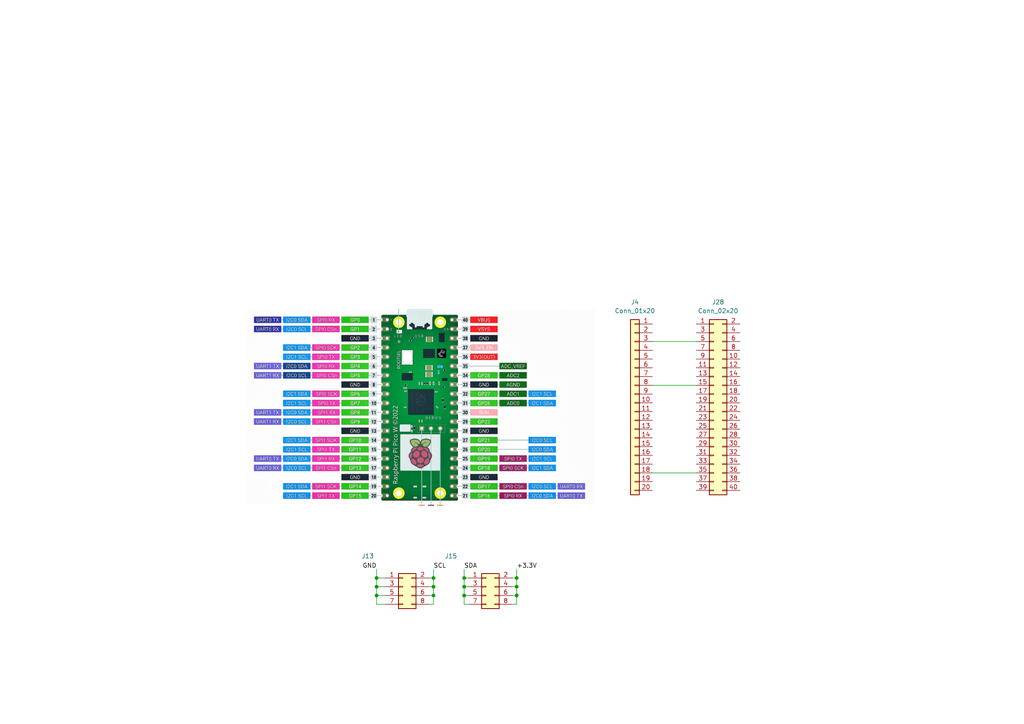
<source format=kicad_sch>
(kicad_sch (version 20231120) (generator "eeschema") (generator_version "8.0")
  (paper "A4")
  (title_block (title "MCU interfaces") (date "2024-08-29") (rev "1.0") (company "Designed by CREPP-NLG"))
  (lib_symbols
    (symbol "Connector_Generic:Conn_01x20" (pin_names (offset 1.016) hide)
      (property "Reference" "J" (at 0 25.4 0))
      (property "Value" "Conn_01x20" (at 0 -27.94 0))
      (symbol "Conn_01x20_1_1"
        (rectangle (start -1.27 -25.273) (end 0 -25.527) (stroke (width 0.1524)))
        (rectangle (start -1.27 -22.733) (end 0 -22.987) (stroke (width 0.1524)))
        (rectangle (start -1.27 -20.193) (end 0 -20.447) (stroke (width 0.1524)))
        (rectangle (start -1.27 -17.653) (end 0 -17.907) (stroke (width 0.1524)))
        (rectangle (start -1.27 -15.113) (end 0 -15.367) (stroke (width 0.1524)))
        (rectangle (start -1.27 -12.573) (end 0 -12.827) (stroke (width 0.1524)))
        (rectangle (start -1.27 -10.033) (end 0 -10.287) (stroke (width 0.1524)))
        (rectangle (start -1.27 -7.493) (end 0 -7.747) (stroke (width 0.1524)))
        (rectangle (start -1.27 -4.953) (end 0 -5.207) (stroke (width 0.1524)))
        (rectangle (start -1.27 -2.413) (end 0 -2.667) (stroke (width 0.1524)))
        (rectangle (start -1.27 0.127) (end 0 -0.127) (stroke (width 0.1524)))
        (rectangle (start -1.27 2.667) (end 0 2.413) (stroke (width 0.1524)))
        (rectangle (start -1.27 5.207) (end 0 4.953) (stroke (width 0.1524)))
        (rectangle (start -1.27 7.747) (end 0 7.493) (stroke (width 0.1524)))
        (rectangle (start -1.27 10.287) (end 0 10.033) (stroke (width 0.1524)))
        (rectangle (start -1.27 12.827) (end 0 12.573) (stroke (width 0.1524)))
        (rectangle (start -1.27 15.367) (end 0 15.113) (stroke (width 0.1524)))
        (rectangle (start -1.27 17.907) (end 0 17.653) (stroke (width 0.1524)))
        (rectangle (start -1.27 20.447) (end 0 20.193) (stroke (width 0.1524)))
        (rectangle (start -1.27 22.987) (end 0 22.733) (stroke (width 0.1524)))
        (rectangle (start -1.27 24.13) (end 1.27 -26.67) (stroke (width 0.254)) (fill (type background)))
        (pin passive line (at -5.08 22.86 0) (length 3.81) (name "Pin_1") (number "1"))
        (pin passive line (at -5.08 0 0) (length 3.81) (name "Pin_10") (number "10"))
        (pin passive line (at -5.08 -2.54 0) (length 3.81) (name "Pin_11") (number "11"))
        (pin passive line (at -5.08 -5.08 0) (length 3.81) (name "Pin_12") (number "12"))
        (pin passive line (at -5.08 -7.62 0) (length 3.81) (name "Pin_13") (number "13"))
        (pin passive line (at -5.08 -10.16 0) (length 3.81) (name "Pin_14") (number "14"))
        (pin passive line (at -5.08 -12.7 0) (length 3.81) (name "Pin_15") (number "15"))
        (pin passive line (at -5.08 -15.24 0) (length 3.81) (name "Pin_16") (number "16"))
        (pin passive line (at -5.08 -17.78 0) (length 3.81) (name "Pin_17") (number "17"))
        (pin passive line (at -5.08 -20.32 0) (length 3.81) (name "Pin_18") (number "18"))
        (pin passive line (at -5.08 -22.86 0) (length 3.81) (name "Pin_19") (number "19"))
        (pin passive line (at -5.08 20.32 0) (length 3.81) (name "Pin_2") (number "2"))
        (pin passive line (at -5.08 -25.4 0) (length 3.81) (name "Pin_20") (number "20"))
        (pin passive line (at -5.08 17.78 0) (length 3.81) (name "Pin_3") (number "3"))
        (pin passive line (at -5.08 15.24 0) (length 3.81) (name "Pin_4") (number "4"))
        (pin passive line (at -5.08 12.7 0) (length 3.81) (name "Pin_5") (number "5"))
        (pin passive line (at -5.08 10.16 0) (length 3.81) (name "Pin_6") (number "6"))
        (pin passive line (at -5.08 7.62 0) (length 3.81) (name "Pin_7") (number "7"))
        (pin passive line (at -5.08 5.08 0) (length 3.81) (name "Pin_8") (number "8"))
        (pin passive line (at -5.08 2.54 0) (length 3.81) (name "Pin_9") (number "9"))
      )
    )
    (symbol "Connector_Generic:Conn_02x04_Odd_Even" (pin_names (offset 1.016) hide)
      (property "Reference" "J" (at 1.27 5.08 0))
      (property "Value" "Conn_02x04_Odd_Even" (at 1.27 -7.62 0))
      (symbol "Conn_02x04_Odd_Even_1_1"
        (rectangle (start -1.27 -4.953) (end 0 -5.207) (stroke (width 0.1524)))
        (rectangle (start -1.27 -2.413) (end 0 -2.667) (stroke (width 0.1524)))
        (rectangle (start -1.27 0.127) (end 0 -0.127) (stroke (width 0.1524)))
        (rectangle (start -1.27 2.667) (end 0 2.413) (stroke (width 0.1524)))
        (rectangle (start -1.27 3.81) (end 3.81 -6.35) (stroke (width 0.254)) (fill (type background)))
        (rectangle (start 3.81 -4.953) (end 2.54 -5.207) (stroke (width 0.1524)))
        (rectangle (start 3.81 -2.413) (end 2.54 -2.667) (stroke (width 0.1524)))
        (rectangle (start 3.81 0.127) (end 2.54 -0.127) (stroke (width 0.1524)))
        (rectangle (start 3.81 2.667) (end 2.54 2.413) (stroke (width 0.1524)))
        (pin passive line (at -5.08 2.54 0) (length 3.81) (name "Pin_1") (number "1"))
        (pin passive line (at 7.62 2.54 180) (length 3.81) (name "Pin_2") (number "2"))
        (pin passive line (at -5.08 0 0) (length 3.81) (name "Pin_3") (number "3"))
        (pin passive line (at 7.62 0 180) (length 3.81) (name "Pin_4") (number "4"))
        (pin passive line (at -5.08 -2.54 0) (length 3.81) (name "Pin_5") (number "5"))
        (pin passive line (at 7.62 -2.54 180) (length 3.81) (name "Pin_6") (number "6"))
        (pin passive line (at -5.08 -5.08 0) (length 3.81) (name "Pin_7") (number "7"))
        (pin passive line (at 7.62 -5.08 180) (length 3.81) (name "Pin_8") (number "8"))
      )
    )
    (symbol "Connector_Generic:Conn_02x20_Odd_Even" (pin_names (offset 1.016) hide)
      (property "Reference" "J" (at 1.27 25.4 0))
      (property "Value" "Conn_02x20_Odd_Even" (at 1.27 -27.94 0))
      (symbol "Conn_02x20_Odd_Even_1_1"
        (rectangle (start -1.27 -25.273) (end 0 -25.527) (stroke (width 0.1524)))
        (rectangle (start -1.27 -22.733) (end 0 -22.987) (stroke (width 0.1524)))
        (rectangle (start -1.27 -20.193) (end 0 -20.447) (stroke (width 0.1524)))
        (rectangle (start -1.27 -17.653) (end 0 -17.907) (stroke (width 0.1524)))
        (rectangle (start -1.27 -15.113) (end 0 -15.367) (stroke (width 0.1524)))
        (rectangle (start -1.27 -12.573) (end 0 -12.827) (stroke (width 0.1524)))
        (rectangle (start -1.27 -10.033) (end 0 -10.287) (stroke (width 0.1524)))
        (rectangle (start -1.27 -7.493) (end 0 -7.747) (stroke (width 0.1524)))
        (rectangle (start -1.27 -4.953) (end 0 -5.207) (stroke (width 0.1524)))
        (rectangle (start -1.27 -2.413) (end 0 -2.667) (stroke (width 0.1524)))
        (rectangle (start -1.27 0.127) (end 0 -0.127) (stroke (width 0.1524)))
        (rectangle (start -1.27 2.667) (end 0 2.413) (stroke (width 0.1524)))
        (rectangle (start -1.27 5.207) (end 0 4.953) (stroke (width 0.1524)))
        (rectangle (start -1.27 7.747) (end 0 7.493) (stroke (width 0.1524)))
        (rectangle (start -1.27 10.287) (end 0 10.033) (stroke (width 0.1524)))
        (rectangle (start -1.27 12.827) (end 0 12.573) (stroke (width 0.1524)))
        (rectangle (start -1.27 15.367) (end 0 15.113) (stroke (width 0.1524)))
        (rectangle (start -1.27 17.907) (end 0 17.653) (stroke (width 0.1524)))
        (rectangle (start -1.27 20.447) (end 0 20.193) (stroke (width 0.1524)))
        (rectangle (start -1.27 22.987) (end 0 22.733) (stroke (width 0.1524)))
        (rectangle (start -1.27 24.13) (end 3.81 -26.67) (stroke (width 0.254)) (fill (type background)))
        (rectangle (start 3.81 -25.273) (end 2.54 -25.527) (stroke (width 0.1524)))
        (rectangle (start 3.81 -22.733) (end 2.54 -22.987) (stroke (width 0.1524)))
        (rectangle (start 3.81 -20.193) (end 2.54 -20.447) (stroke (width 0.1524)))
        (rectangle (start 3.81 -17.653) (end 2.54 -17.907) (stroke (width 0.1524)))
        (rectangle (start 3.81 -15.113) (end 2.54 -15.367) (stroke (width 0.1524)))
        (rectangle (start 3.81 -12.573) (end 2.54 -12.827) (stroke (width 0.1524)))
        (rectangle (start 3.81 -10.033) (end 2.54 -10.287) (stroke (width 0.1524)))
        (rectangle (start 3.81 -7.493) (end 2.54 -7.747) (stroke (width 0.1524)))
        (rectangle (start 3.81 -4.953) (end 2.54 -5.207) (stroke (width 0.1524)))
        (rectangle (start 3.81 -2.413) (end 2.54 -2.667) (stroke (width 0.1524)))
        (rectangle (start 3.81 0.127) (end 2.54 -0.127) (stroke (width 0.1524)))
        (rectangle (start 3.81 2.667) (end 2.54 2.413) (stroke (width 0.1524)))
        (rectangle (start 3.81 5.207) (end 2.54 4.953) (stroke (width 0.1524)))
        (rectangle (start 3.81 7.747) (end 2.54 7.493) (stroke (width 0.1524)))
        (rectangle (start 3.81 10.287) (end 2.54 10.033) (stroke (width 0.1524)))
        (rectangle (start 3.81 12.827) (end 2.54 12.573) (stroke (width 0.1524)))
        (rectangle (start 3.81 15.367) (end 2.54 15.113) (stroke (width 0.1524)))
        (rectangle (start 3.81 17.907) (end 2.54 17.653) (stroke (width 0.1524)))
        (rectangle (start 3.81 20.447) (end 2.54 20.193) (stroke (width 0.1524)))
        (rectangle (start 3.81 22.987) (end 2.54 22.733) (stroke (width 0.1524)))
        (pin passive line (at -5.08 22.86 0) (length 3.81) (name "Pin_1") (number "1"))
        (pin passive line (at 7.62 12.7 180) (length 3.81) (name "Pin_10") (number "10"))
        (pin passive line (at -5.08 10.16 0) (length 3.81) (name "Pin_11") (number "11"))
        (pin passive line (at 7.62 10.16 180) (length 3.81) (name "Pin_12") (number "12"))
        (pin passive line (at -5.08 7.62 0) (length 3.81) (name "Pin_13") (number "13"))
        (pin passive line (at 7.62 7.62 180) (length 3.81) (name "Pin_14") (number "14"))
        (pin passive line (at -5.08 5.08 0) (length 3.81) (name "Pin_15") (number "15"))
        (pin passive line (at 7.62 5.08 180) (length 3.81) (name "Pin_16") (number "16"))
        (pin passive line (at -5.08 2.54 0) (length 3.81) (name "Pin_17") (number "17"))
        (pin passive line (at 7.62 2.54 180) (length 3.81) (name "Pin_18") (number "18"))
        (pin passive line (at -5.08 0 0) (length 3.81) (name "Pin_19") (number "19"))
        (pin passive line (at 7.62 22.86 180) (length 3.81) (name "Pin_2") (number "2"))
        (pin passive line (at 7.62 0 180) (length 3.81) (name "Pin_20") (number "20"))
        (pin passive line (at -5.08 -2.54 0) (length 3.81) (name "Pin_21") (number "21"))
        (pin passive line (at 7.62 -2.54 180) (length 3.81) (name "Pin_22") (number "22"))
        (pin passive line (at -5.08 -5.08 0) (length 3.81) (name "Pin_23") (number "23"))
        (pin passive line (at 7.62 -5.08 180) (length 3.81) (name "Pin_24") (number "24"))
        (pin passive line (at -5.08 -7.62 0) (length 3.81) (name "Pin_25") (number "25"))
        (pin passive line (at 7.62 -7.62 180) (length 3.81) (name "Pin_26") (number "26"))
        (pin passive line (at -5.08 -10.16 0) (length 3.81) (name "Pin_27") (number "27"))
        (pin passive line (at 7.62 -10.16 180) (length 3.81) (name "Pin_28") (number "28"))
        (pin passive line (at -5.08 -12.7 0) (length 3.81) (name "Pin_29") (number "29"))
        (pin passive line (at -5.08 20.32 0) (length 3.81) (name "Pin_3") (number "3"))
        (pin passive line (at 7.62 -12.7 180) (length 3.81) (name "Pin_30") (number "30"))
        (pin passive line (at -5.08 -15.24 0) (length 3.81) (name "Pin_31") (number "31"))
        (pin passive line (at 7.62 -15.24 180) (length 3.81) (name "Pin_32") (number "32"))
        (pin passive line (at -5.08 -17.78 0) (length 3.81) (name "Pin_33") (number "33"))
        (pin passive line (at 7.62 -17.78 180) (length 3.81) (name "Pin_34") (number "34"))
        (pin passive line (at -5.08 -20.32 0) (length 3.81) (name "Pin_35") (number "35"))
        (pin passive line (at 7.62 -20.32 180) (length 3.81) (name "Pin_36") (number "36"))
        (pin passive line (at -5.08 -22.86 0) (length 3.81) (name "Pin_37") (number "37"))
        (pin passive line (at 7.62 -22.86 180) (length 3.81) (name "Pin_38") (number "38"))
        (pin passive line (at -5.08 -25.4 0) (length 3.81) (name "Pin_39") (number "39"))
        (pin passive line (at 7.62 20.32 180) (length 3.81) (name "Pin_4") (number "4"))
        (pin passive line (at 7.62 -25.4 180) (length 3.81) (name "Pin_40") (number "40"))
        (pin passive line (at -5.08 17.78 0) (length 3.81) (name "Pin_5") (number "5"))
        (pin passive line (at 7.62 17.78 180) (length 3.81) (name "Pin_6") (number "6"))
        (pin passive line (at -5.08 15.24 0) (length 3.81) (name "Pin_7") (number "7"))
        (pin passive line (at 7.62 15.24 180) (length 3.81) (name "Pin_8") (number "8"))
        (pin passive line (at -5.08 12.7 0) (length 3.81) (name "Pin_9") (number "9"))
      )
    )
  )
  (bus_alias "I2C" (members "SCL" "SDA"))
  (bus_alias "SPI" (members "MOSI" "MISO" "CLK"))
  (bus_alias "UART" (members "RX" "TX"))
  (junction (at 125.73 170.18))
  (junction (at 149.86 167.64))
  (junction (at 109.22 170.18))
  (junction (at 125.73 167.64))
  (junction (at 125.73 172.72))
  (junction (at 149.86 172.72))
  (junction (at 134.62 170.18))
  (junction (at 109.22 172.72))
  (junction (at 134.62 172.72))
  (junction (at 109.22 167.64))
  (junction (at 134.62 167.64))
  (junction (at 149.86 170.18))
  (wire (pts (xy 135.89 172.72) (xy 134.62 172.72)))
  (wire (pts (xy 124.46 170.18) (xy 125.73 170.18)))
  (wire (pts (xy 134.62 167.64) (xy 134.62 170.18)))
  (wire (pts (xy 125.73 172.72) (xy 125.73 170.18)))
  (wire (pts (xy 111.76 175.26) (xy 109.22 175.26)))
  (wire (pts (xy 149.86 172.72) (xy 149.86 175.26)))
  (wire (pts (xy 124.46 175.26) (xy 125.73 175.26)))
  (wire (pts (xy 125.73 170.18) (xy 125.73 167.64)))
  (wire (pts (xy 135.89 167.64) (xy 134.62 167.64)))
  (wire (pts (xy 189.23 99.06) (xy 201.93 99.06)))
  (wire (pts (xy 148.59 167.64) (xy 149.86 167.64)))
  (wire (pts (xy 124.46 172.72) (xy 125.73 172.72)))
  (wire (pts (xy 148.59 170.18) (xy 149.86 170.18)))
  (wire (pts (xy 125.73 175.26) (xy 125.73 172.72)))
  (wire (pts (xy 109.22 175.26) (xy 109.22 172.72)))
  (wire (pts (xy 135.89 175.26) (xy 134.62 175.26)))
  (wire (pts (xy 109.22 172.72) (xy 109.22 170.18)))
  (wire (pts (xy 148.59 175.26) (xy 149.86 175.26)))
  (wire (pts (xy 135.89 170.18) (xy 134.62 170.18)))
  (wire (pts (xy 134.62 172.72) (xy 134.62 175.26)))
  (wire (pts (xy 111.76 167.64) (xy 109.22 167.64)))
  (wire (pts (xy 149.86 170.18) (xy 149.86 172.72)))
  (wire (pts (xy 134.62 172.72) (xy 134.62 170.18)))
  (wire (pts (xy 125.73 167.64) (xy 124.46 167.64)))
  (wire (pts (xy 109.22 167.64) (xy 109.22 165.1)))
  (wire (pts (xy 149.86 165.1) (xy 149.86 167.64)))
  (wire (pts (xy 134.62 165.1) (xy 134.62 167.64)))
  (wire (pts (xy 111.76 170.18) (xy 109.22 170.18)))
  (wire (pts (xy 189.23 111.76) (xy 201.93 111.76)))
  (wire (pts (xy 109.22 170.18) (xy 109.22 167.64)))
  (wire (pts (xy 148.59 172.72) (xy 149.86 172.72)))
  (wire (pts (xy 189.23 137.16) (xy 201.93 137.16)))
  (wire (pts (xy 125.73 165.1) (xy 125.73 167.64)))
  (wire (pts (xy 149.86 167.64) (xy 149.86 170.18)))
  (wire (pts (xy 111.76 172.72) (xy 109.22 172.72)))
  (image (at 121.92 118.11) (scale 1.17003))
  (label "+3.3V" (at 149.86 165.1 0))
  (label "SDA" (at 134.62 165.1 0))
  (label "SCL" (at 125.73 165.1 0))
  (label "GND" (at 109.22 165.1 180))
  (symbol (lib_id "Connector_Generic:Conn_02x04_Odd_Even") (at 116.84 170.18 0) (unit 1)
    (property "Reference" "J13" (at 106.68 161.29 0))
    (property "Value" "Conn_02x04_Odd_Even" (effects (hide yes)))
    (property "Footprint" "Connector_PinHeader_2.54mm:PinHeader_2x04_P2.54mm_Vertical" (effects (hide yes)))
    (property "Description" "Generic connector, double row, 02x04, odd/even pin numbering scheme (row 1 odd numbers, row 2 even numbers), script generated (kicad-library-utils/schlib/autogen/connector/)" (effects (hide yes)))
  )
  (symbol (lib_id "Connector_Generic:Conn_01x20") (at 184.15 116.84 0) (mirror y) (unit 1)
    (property "Reference" "J4" (at 184.15 87.63 0))
    (property "Value" "Conn_01x20" (at 184.15 90.17 0))
    (property "Footprint" "Connector_PinSocket_2.54mm:PinSocket_2x10_P2.54mm_Vertical" (effects (hide yes)))
    (property "Description" "Generic connector, single row, 01x20, script generated (kicad-library-utils/schlib/autogen/connector/)" (effects (hide yes)))
  )
  (symbol (lib_id "Connector_Generic:Conn_02x04_Odd_Even") (at 140.97 170.18 0) (unit 1)
    (property "Reference" "J15" (at 130.81 161.29 0))
    (property "Value" "Conn_02x04_Odd_Even" (effects (hide yes)))
    (property "Footprint" "Connector_PinHeader_2.54mm:PinHeader_2x04_P2.54mm_Vertical" (effects (hide yes)))
    (property "Description" "Generic connector, double row, 02x04, odd/even pin numbering scheme (row 1 odd numbers, row 2 even numbers), script generated (kicad-library-utils/schlib/autogen/connector/)" (effects (hide yes)))
  )
  (symbol (lib_id "Connector_Generic:Conn_02x20_Odd_Even") (at 207.01 116.84 0) (unit 1)
    (property "Reference" "J28" (at 208.28 87.63 0))
    (property "Value" "Conn_02x20" (at 208.28 90.17 0))
    (property "Footprint" "Connector_PinHeader_2.54mm:PinHeader_2x20_P2.54mm_Vertical" (effects (hide yes)))
    (property "Description" "Generic connector, double row, 02x20, odd/even pin numbering scheme (row 1 odd numbers, row 2 even numbers), script generated (kicad-library-utils/schlib/autogen/connector/)" (effects (hide yes)))
  )
)
</source>
